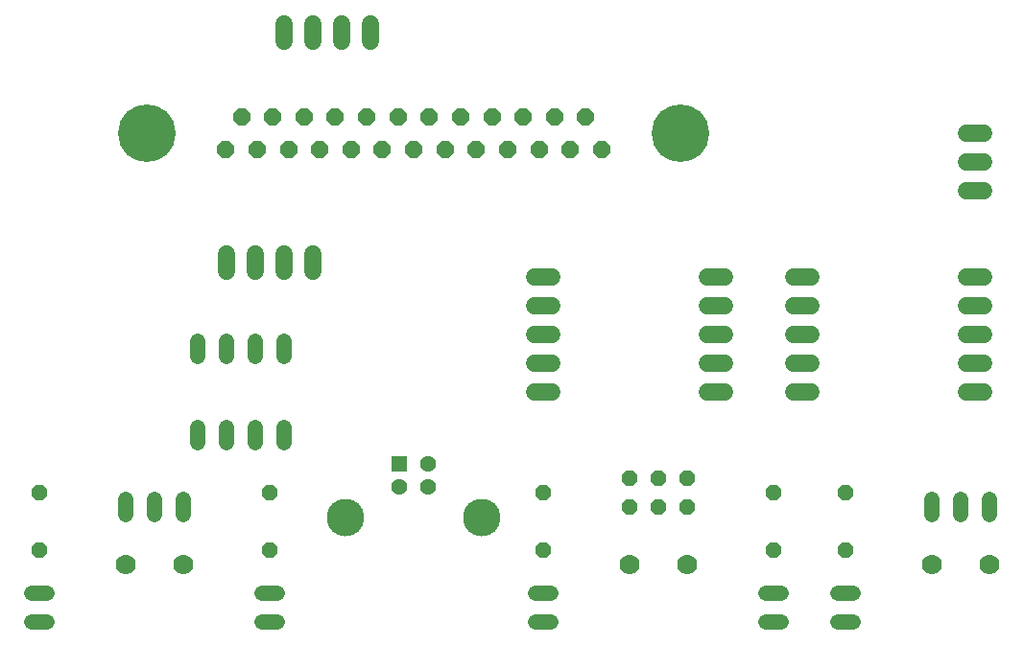
<source format=gbr>
G04 EAGLE Gerber RS-274X export*
G75*
%MOIN*%
%FSLAX34Y34*%
%LPD*%
%INTop Copper*%
%IPPOS*%
%AMOC8*
5,1,8,0,0,1.08239X$1,22.5*%
G01*
%ADD10C,0.052000*%
%ADD11C,0.056220*%
%ADD12R,0.056220X0.056220*%
%ADD13C,0.130551*%
%ADD14P,0.056284X8X112.500000*%
%ADD15C,0.070000*%
%ADD16C,0.060000*%
%ADD17P,0.064943X8X22.500000*%
%ADD18C,0.200000*%


D10*
X34240Y500D02*
X34760Y500D01*
X34760Y1500D02*
X34240Y1500D01*
X32260Y500D02*
X31740Y500D01*
X31740Y1500D02*
X32260Y1500D01*
X24260Y500D02*
X23740Y500D01*
X23740Y1500D02*
X24260Y1500D01*
X14760Y500D02*
X14240Y500D01*
X14240Y1500D02*
X14760Y1500D01*
X6760Y500D02*
X6240Y500D01*
X6240Y1500D02*
X6760Y1500D01*
D11*
X19984Y6000D03*
D12*
X19000Y6000D03*
D11*
X19984Y5213D03*
X19000Y5213D03*
D13*
X21862Y4146D03*
X17122Y4146D03*
D14*
X27000Y4500D03*
X28000Y4500D03*
X29000Y4500D03*
D15*
X27000Y2500D03*
X29000Y2500D03*
D14*
X27000Y5500D03*
X28000Y5500D03*
X29000Y5500D03*
D10*
X9500Y4760D02*
X9500Y4240D01*
X10500Y4240D02*
X10500Y4760D01*
X11500Y4760D02*
X11500Y4240D01*
D15*
X9500Y2500D03*
X11500Y2500D03*
D10*
X37500Y4240D02*
X37500Y4760D01*
X38500Y4760D02*
X38500Y4240D01*
X39500Y4240D02*
X39500Y4760D01*
D15*
X37500Y2500D03*
X39500Y2500D03*
D16*
X39300Y17500D02*
X38700Y17500D01*
X38700Y16500D02*
X39300Y16500D01*
X39300Y15500D02*
X38700Y15500D01*
X18000Y20700D02*
X18000Y21300D01*
X17000Y21300D02*
X17000Y20700D01*
X16000Y20700D02*
X16000Y21300D01*
X15000Y21300D02*
X15000Y20700D01*
X13000Y13300D02*
X13000Y12700D01*
X14000Y12700D02*
X14000Y13300D01*
X15000Y13300D02*
X15000Y12700D01*
X16000Y12700D02*
X16000Y13300D01*
D17*
X26020Y16940D03*
X24930Y16940D03*
X23850Y16940D03*
X22760Y16940D03*
X21670Y16940D03*
X20590Y16940D03*
X19500Y16940D03*
X18410Y16940D03*
X17330Y16940D03*
X16240Y16940D03*
X15150Y16940D03*
X14070Y16940D03*
X12980Y16940D03*
X25480Y18060D03*
X24390Y18060D03*
X23300Y18060D03*
X22220Y18060D03*
X21130Y18060D03*
X20040Y18060D03*
X18960Y18060D03*
X17870Y18060D03*
X16780Y18060D03*
X15700Y18060D03*
X14610Y18060D03*
X13520Y18060D03*
D18*
X10240Y17500D03*
X28760Y17500D03*
D16*
X38700Y8500D02*
X39300Y8500D01*
X39300Y9500D02*
X38700Y9500D01*
X38700Y10500D02*
X39300Y10500D01*
X39300Y11500D02*
X38700Y11500D01*
X38700Y12500D02*
X39300Y12500D01*
X33300Y8500D02*
X32700Y8500D01*
X32700Y9500D02*
X33300Y9500D01*
X33300Y10500D02*
X32700Y10500D01*
X32700Y11500D02*
X33300Y11500D01*
X33300Y12500D02*
X32700Y12500D01*
X30300Y8500D02*
X29700Y8500D01*
X29700Y9500D02*
X30300Y9500D01*
X30300Y10500D02*
X29700Y10500D01*
X29700Y11500D02*
X30300Y11500D01*
X30300Y12500D02*
X29700Y12500D01*
X24300Y8500D02*
X23700Y8500D01*
X23700Y9500D02*
X24300Y9500D01*
X24300Y10500D02*
X23700Y10500D01*
X23700Y11500D02*
X24300Y11500D01*
X24300Y12500D02*
X23700Y12500D01*
D14*
X34500Y3000D03*
X34500Y5000D03*
X32000Y3000D03*
X32000Y5000D03*
X24000Y3000D03*
X24000Y5000D03*
X14500Y3000D03*
X14500Y5000D03*
X6500Y3000D03*
X6500Y5000D03*
D10*
X12000Y9740D02*
X12000Y10260D01*
X13000Y10260D02*
X13000Y9740D01*
X13000Y7260D02*
X13000Y6740D01*
X12000Y6740D02*
X12000Y7260D01*
X14000Y9740D02*
X14000Y10260D01*
X15000Y10260D02*
X15000Y9740D01*
X14000Y7260D02*
X14000Y6740D01*
X15000Y6740D02*
X15000Y7260D01*
M02*

</source>
